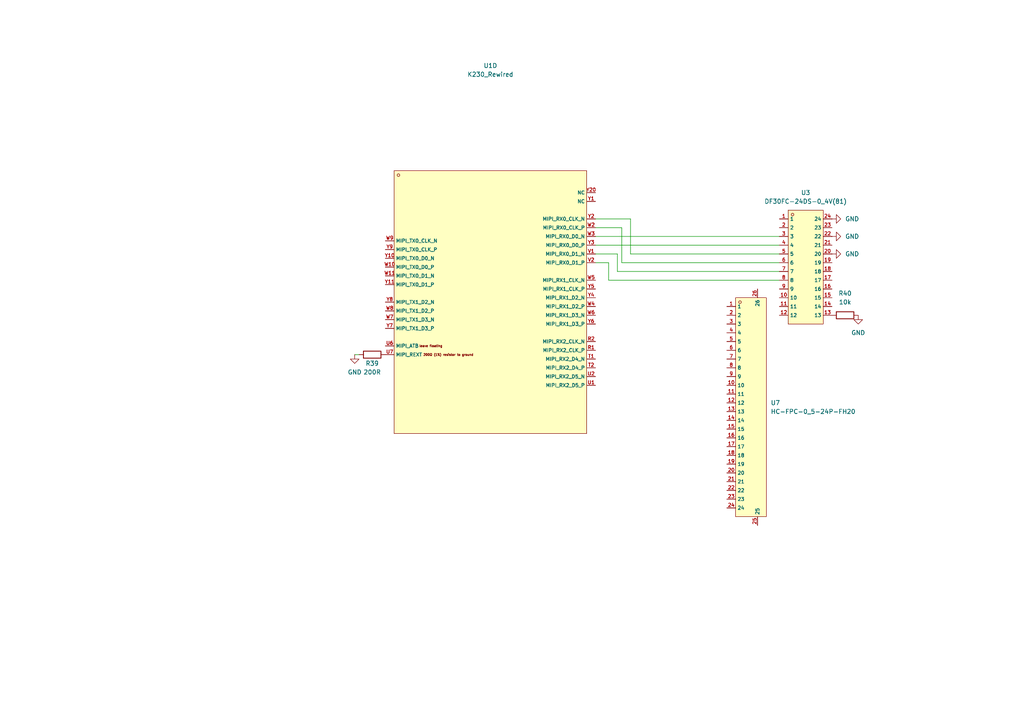
<source format=kicad_sch>
(kicad_sch (version 20250114) (generator "eeschema") (generator_version "9.0")
  (paper "A4")
  (lib_symbols
    (symbol "Device:R" (pin_numbers (hide yes)) (pin_names (offset 0))
      (property "Reference" "R" (at 2.032 0 90))
      (property "Value" "R" (at 0 0 90))
      (symbol "R_0_1"
        (rectangle (start -1.016 -2.54) (end 1.016 2.54) (stroke (width 0.254)))
      )
      (symbol "R_1_1"
        (pin passive line (at 0 3.81 270) (length 1.27) (name "~") (number "1"))
        (pin passive line (at 0 -3.81 90) (length 1.27) (name "~") (number "2"))
      )
    )
    (symbol "LCSC:DF30FC-24DS-0_4V(81)"
      (property "Reference" "U" (at 0 1.27 0))
      (property "Value" "DF30FC-24DS-0_4V(81)" (at 0 -2.54 0))
      (symbol "DF30FC-24DS-0_4V(81)_0_1"
        (rectangle (start -5.08 16.51) (end 5.08 -16.51) (fill (type background)))
        (circle (center -3.81 15.24) (radius 0.381) (fill (type background)))
        (pin unspecified line (at -7.62 13.97 0) (length 2.54) (name "1") (number "1"))
        (pin unspecified line (at -7.62 11.43 0) (length 2.54) (name "2") (number "2"))
        (pin unspecified line (at -7.62 8.89 0) (length 2.54) (name "3") (number "3"))
        (pin unspecified line (at -7.62 6.35 0) (length 2.54) (name "4") (number "4"))
        (pin unspecified line (at -7.62 3.81 0) (length 2.54) (name "5") (number "5"))
        (pin unspecified line (at -7.62 1.27 0) (length 2.54) (name "6") (number "6"))
        (pin unspecified line (at -7.62 -1.27 0) (length 2.54) (name "7") (number "7"))
        (pin unspecified line (at -7.62 -3.81 0) (length 2.54) (name "8") (number "8"))
        (pin unspecified line (at -7.62 -6.35 0) (length 2.54) (name "9") (number "9"))
        (pin unspecified line (at -7.62 -8.89 0) (length 2.54) (name "10") (number "10"))
        (pin unspecified line (at -7.62 -11.43 0) (length 2.54) (name "11") (number "11"))
        (pin unspecified line (at -7.62 -13.97 0) (length 2.54) (name "12") (number "12"))
        (pin unspecified line (at 7.62 13.97 180) (length 2.54) (name "24") (number "24"))
        (pin unspecified line (at 7.62 11.43 180) (length 2.54) (name "23") (number "23"))
        (pin unspecified line (at 7.62 8.89 180) (length 2.54) (name "22") (number "22"))
        (pin unspecified line (at 7.62 6.35 180) (length 2.54) (name "21") (number "21"))
        (pin unspecified line (at 7.62 3.81 180) (length 2.54) (name "20") (number "20"))
        (pin unspecified line (at 7.62 1.27 180) (length 2.54) (name "19") (number "19"))
        (pin unspecified line (at 7.62 -1.27 180) (length 2.54) (name "18") (number "18"))
        (pin unspecified line (at 7.62 -3.81 180) (length 2.54) (name "17") (number "17"))
        (pin unspecified line (at 7.62 -6.35 180) (length 2.54) (name "16") (number "16"))
        (pin unspecified line (at 7.62 -8.89 180) (length 2.54) (name "15") (number "15"))
        (pin unspecified line (at 7.62 -11.43 180) (length 2.54) (name "14") (number "14"))
        (pin unspecified line (at 7.62 -13.97 180) (length 2.54) (name "13") (number "13"))
      )
    )
    (symbol "LCSC:HC-FPC-0_5-24P-FH20"
      (property "Reference" "U" (at 0 1.27 0))
      (property "Value" "HC-FPC-0_5-24P-FH20" (at 0 -2.54 0))
      (symbol "HC-FPC-0_5-24P-FH20_0_1"
        (rectangle (start -2.54 31.7501) (end 6.35 -31.7501) (fill (type background)))
        (circle (center -1.27 30.4801) (radius 0.381) (fill (type background)))
        (pin unspecified line (at -5.08 29.21 0) (length 2.54) (name "1") (number "1"))
        (pin unspecified line (at -5.08 26.67 0) (length 2.54) (name "2") (number "2"))
        (pin unspecified line (at -5.08 24.13 0) (length 2.54) (name "3") (number "3"))
        (pin unspecified line (at -5.08 21.59 0) (length 2.54) (name "4") (number "4"))
        (pin unspecified line (at -5.08 19.05 0) (length 2.54) (name "5") (number "5"))
        (pin unspecified line (at -5.08 16.51 0) (length 2.54) (name "6") (number "6"))
        (pin unspecified line (at -5.08 13.97 0) (length 2.54) (name "7") (number "7"))
        (pin unspecified line (at -5.08 11.43 0) (length 2.54) (name "8") (number "8"))
        (pin unspecified line (at -5.08 8.89 0) (length 2.54) (name "9") (number "9"))
        (pin unspecified line (at -5.08 6.35 0) (length 2.54) (name "10") (number "10"))
        (pin unspecified line (at -5.08 3.81 0) (length 2.54) (name "11") (number "11"))
        (pin unspecified line (at -5.08 1.27 0) (length 2.54) (name "12") (number "12"))
        (pin unspecified line (at -5.08 -1.27 0) (length 2.54) (name "13") (number "13"))
        (pin unspecified line (at -5.08 -3.81 0) (length 2.54) (name "14") (number "14"))
        (pin unspecified line (at -5.08 -6.35 0) (length 2.54) (name "15") (number "15"))
        (pin unspecified line (at -5.08 -8.89 0) (length 2.54) (name "16") (number "16"))
        (pin unspecified line (at -5.08 -11.43 0) (length 2.54) (name "17") (number "17"))
        (pin unspecified line (at -5.08 -13.97 0) (length 2.54) (name "18") (number "18"))
        (pin unspecified line (at -5.08 -16.51 0) (length 2.54) (name "19") (number "19"))
        (pin unspecified line (at -5.08 -19.05 0) (length 2.54) (name "20") (number "20"))
        (pin unspecified line (at -5.08 -21.59 0) (length 2.54) (name "21") (number "21"))
        (pin unspecified line (at -5.08 -24.13 0) (length 2.54) (name "22") (number "22"))
        (pin unspecified line (at -5.08 -26.67 0) (length 2.54) (name "23") (number "23"))
        (pin unspecified line (at -5.08 -29.21 0) (length 2.54) (name "24") (number "24"))
        (pin unspecified line (at 3.81 34.29 270) (length 2.54) (name "26") (number "26"))
        (pin unspecified line (at 3.81 -34.29 90) (length 2.54) (name "25") (number "25"))
      )
    )
    (symbol "LCSC:K230_Rewired"
      (property "Reference" "U1" (at 0 68.58 0))
      (property "Value" "K230_Rewired" (at 0 66.04 0))
      (symbol "K230_Rewired_1_1"
        (rectangle (start -27.9401 63.5001) (end 27.9401 -63.5001) (fill (type background)))
        (circle (center -26.6701 62.2301) (radius 0.381) (fill (type background)))
        (pin unspecified line (at -30.48 59.69 0) (length 2.54) (name "USB0_TXRTUNE") (number "D4"))
        (pin unspecified line (at -30.48 57.15 0) (length 2.54) (name "USB0_VBUS") (number "C3"))
        (pin unspecified line (at -30.48 54.61 0) (length 2.54) (name "USB0_DP") (number "A2"))
        (pin unspecified line (at -30.48 52.07 0) (length 2.54) (name "USB0_DN") (number "B2"))
        (pin unspecified line (at -30.48 49.53 0) (length 2.54) (name "USB0_ID") (number "D3"))
        (pin unspecified line (at -30.48 44.45 0) (length 2.54) (name "USB1_TXRTUNE") (number "C4"))
        (pin unspecified line (at -30.48 41.91 0) (length 2.54) (name "USB1_VBUS") (number "A3"))
        (pin unspecified line (at -30.48 39.37 0) (length 2.54) (name "USB1_DP") (number "B4"))
        (pin unspecified line (at -30.48 36.83 0) (length 2.54) (name "USB1_DN") (number "A4"))
        (pin unspecified line (at -30.48 34.29 0) (length 2.54) (name "USB1_ID") (number "B3"))
        (pin unspecified line (at -30.48 26.67 0) (length 2.54) (name "CLK24M_XOUT") (number "A8"))
        (pin unspecified line (at -30.48 24.13 0) (length 2.54) (name "CLK24M_XIN") (number "B8"))
        (pin unspecified line (at -30.48 0 0) (length 2.54) (name "TEST_EN") (number "A9"))
        (pin unspecified line (at -30.48 -7.62 0) (length 2.54) (name "RSTN") (number "B9"))
        (pin unspecified line (at -30.48 -24.13 0) (length 2.54) (name "CLK32K768_XOUT") (number "A12"))
        (pin unspecified line (at -30.48 -26.67 0) (length 2.54) (name "CLK32K768_XIN") (number "B12"))
        (pin unspecified line (at -30.48 -38.1 0) (length 2.54) (name "INT0") (number "C10"))
        (pin unspecified line (at -30.48 -40.64 0) (length 2.54) (name "INT1") (number "B10"))
        (pin unspecified line (at -30.48 -43.18 0) (length 2.54) (name "INT2") (number "A10"))
        (pin unspecified line (at -30.48 -45.72 0) (length 2.54) (name "INT3") (number "A11"))
        (pin unspecified line (at -30.48 -48.26 0) (length 2.54) (name "INT4") (number "C12"))
        (pin unspecified line (at -30.48 -50.8 0) (length 2.54) (name "INT5") (number "D12"))
        (pin unspecified line (at -30.48 -54.61 0) (length 2.54) (name "OUT0") (number "B11"))
        (pin unspecified line (at -30.48 -57.15 0) (length 2.54) (name "OUT1") (number "C11"))
        (pin unspecified line (at 30.48 29.21 180) (length 2.54) (name "HPOUTR") (number "G2"))
        (pin unspecified line (at 30.48 26.67 180) (length 2.54) (name "HPOUTL") (number "G1"))
        (pin unspecified line (at 30.48 20.32 180) (length 2.54) (name "MIC_BIAS") (number "E3"))
        (pin unspecified line (at 30.48 17.78 180) (length 2.54) (name "MICNL") (number "E2"))
        (pin unspecified line (at 30.48 15.24 180) (length 2.54) (name "MICPL") (number "E1"))
        (pin unspecified line (at 30.48 10.16 180) (length 2.54) (name "CODEC_VCM") (number "F3"))
        (pin unspecified line (at 30.48 7.62 180) (length 2.54) (name "MICNR") (number "F2"))
        (pin unspecified line (at 30.48 5.08 180) (length 2.54) (name "MICPR") (number "F1"))
        (pin unspecified line (at 30.48 -17.78 180) (length 2.54) (name "ANA_TS_VTEST") (number "D8"))
        (pin unspecified line (at 30.48 -58.42 180) (length 2.54) (name "NC") (number "A20"))
      )
      (symbol "K230_Rewired_2_1"
        (rectangle (start -26.6701 64.7701) (end 26.6701 -64.7701) (fill (type background)))
        (circle (center -25.4001 63.5001) (radius 0.381) (fill (type background)))
        (pin unspecified line (at -29.21 62.23 0) (length 2.54) (name "GPIO0") (number "C8"))
        (pin unspecified line (at -29.21 59.69 0) (length 2.54) (name "GPIO1") (number "C9"))
        (pin unspecified line (at -29.21 57.15 0) (length 2.54) (name "GPIO2") (number "W15"))
        (pin unspecified line (at -29.21 54.61 0) (length 2.54) (name "GPIO3") (number "V15"))
        (pin unspecified line (at -29.21 52.07 0) (length 2.54) (name "GPIO4") (number "Y15"))
        (pin unspecified line (at -29.21 49.53 0) (length 2.54) (name "GPIO5") (number "U14"))
        (pin unspecified line (at -29.21 46.99 0) (length 2.54) (name "GPIO6") (number "V14"))
        (pin unspecified line (at -29.21 44.45 0) (length 2.54) (name "GPIO7") (number "W14"))
        (pin unspecified line (at -29.21 41.91 0) (length 2.54) (name "GPIO8") (number "U12"))
        (pin unspecified line (at -29.21 39.37 0) (length 2.54) (name "GPIO9") (number "T13"))
        (pin unspecified line (at -29.21 36.83 0) (length 2.54) (name "GPIO10") (number "U13"))
        (pin unspecified line (at -29.21 34.29 0) (length 2.54) (name "GPIO11") (number "Y14"))
        (pin unspecified line (at -29.21 31.75 0) (length 2.54) (name "GPIO12") (number "V13"))
        (pin unspecified line (at -29.21 29.21 0) (length 2.54) (name "GPIO13") (number "T12"))
        (pin unspecified line (at -29.21 -8.89 0) (length 2.54) (name "GPIO26") (number "U11"))
        (pin unspecified line (at -29.21 -11.43 0) (length 2.54) (name "GPIO27") (number "W13"))
        (pin unspecified line (at -29.21 -13.97 0) (length 2.54) (name "GPIO28") (number "V12"))
        (pin unspecified line (at -29.21 -16.51 0) (length 2.54) (name "GPIO29") (number "V11"))
        (pin unspecified line (at -29.21 -19.05 0) (length 2.54) (name "GPIO30") (number "V10"))
        (pin unspecified line (at -29.21 -21.59 0) (length 2.54) (name "GPIO31") (number "V9"))
        (pin unspecified line (at -29.21 -24.13 0) (length 2.54) (name "GPIO32") (number "U10"))
        (pin unspecified line (at -29.21 -26.67 0) (length 2.54) (name "GPIO33") (number "T11"))
        (pin unspecified line (at -29.21 -29.21 0) (length 2.54) (name "GPIO34") (number "U9"))
        (pin unspecified line (at -29.21 -31.75 0) (length 2.54) (name "GPIO35") (number "W12"))
        (pin unspecified line (at -29.21 -34.29 0) (length 2.54) (name "GPIO36") (number "T10"))
        (pin unspecified line (at -29.21 -36.83 0) (length 2.54) (name "GPIO37") (number "Y12"))
        (pin unspecified line (at -29.21 -39.37 0) (length 2.54) (name "GPIO38") (number "J4"))
        (pin unspecified line (at 29.21 62.23 180) (length 2.54) (name "ADC_0") (number "C2"))
        (pin unspecified line (at 29.21 59.69 180) (length 2.54) (name "ADC_1") (number "D2"))
        (pin unspecified line (at 29.21 57.15 180) (length 2.54) (name "ADC_2") (number "B1"))
        (pin unspecified line (at 29.21 54.61 180) (length 2.54) (name "ADC_3") (number "G3"))
        (pin unspecified line (at 29.21 52.07 180) (length 2.54) (name "ADC_4") (number "C1"))
        (pin unspecified line (at 29.21 49.53 180) (length 2.54) (name "ADC_5") (number "D1"))
        (pin unspecified line (at 29.21 44.45 180) (length 2.54) (name "GPIO63") (number "U15"))
        (pin unspecified line (at 29.21 41.91 180) (length 2.54) (name "GPIO62") (number "T14"))
        (pin unspecified line (at 29.21 39.37 180) (length 2.54) (name "GPIO61") (number "P4"))
        (pin unspecified line (at 29.21 36.83 180) (length 2.54) (name "GPIO60") (number "P5"))
        (pin unspecified line (at 29.21 16.51 180) (length 2.54) (name "GPIO52") (number "M3"))
        (pin unspecified line (at 29.21 13.97 180) (length 2.54) (name "GPIO51") (number "M4"))
        (pin unspecified line (at 29.21 11.43 180) (length 2.54) (name "GPIO50") (number "M5"))
        (pin unspecified line (at 29.21 8.89 180) (length 2.54) (name "GPIO49") (number "G5"))
        (pin unspecified line (at 29.21 6.35 180) (length 2.54) (name "GPIO48") (number "G4"))
        (pin unspecified line (at 29.21 3.81 180) (length 2.54) (name "GPIO47") (number "H5"))
        (pin unspecified line (at 29.21 1.27 180) (length 2.54) (name "GPIO46") (number "H4"))
        (pin unspecified line (at 29.21 -1.27 180) (length 2.54) (name "GPIO45") (number "H3"))
        (pin unspecified line (at 29.21 -3.81 180) (length 2.54) (name "GPIO44") (number "H2"))
        (pin unspecified line (at 29.21 -6.35 180) (length 2.54) (name "GPIO43") (number "J6"))
        (pin unspecified line (at 29.21 -8.89 180) (length 2.54) (name "GPIO42") (number "H1"))
        (pin unspecified line (at 29.21 -11.43 180) (length 2.54) (name "GPIO41") (number "J1"))
        (pin unspecified line (at 29.21 -13.97 180) (length 2.54) (name "GPIO40") (number "J2"))
        (pin unspecified line (at 29.21 -16.51 180) (length 2.54) (name "GPIO39") (number "J3"))
      )
      (symbol "K230_Rewired_3_1"
        (rectangle (start -27.9401 31.75) (end 27.9401 -19.05) (fill (type background)))
        (circle (center -26.67 30.48) (radius 0.381) (fill (type background)))
        (pin unspecified line (at -30.48 11.43 0) (length 2.54) (name "QSPI_CS") (number "J5"))
        (pin unspecified line (at -30.48 8.89 0) (length 2.54) (name "QSPI_CLK") (number "K1"))
        (pin unspecified line (at -30.48 6.35 0) (length 2.54) (name "QSPI_D0") (number "K2"))
        (pin unspecified line (at -30.48 3.81 0) (length 2.54) (name "QSPI_D1") (number "K4"))
        (pin unspecified line (at -30.48 1.27 0) (length 2.54) (name "QSPI_D2") (number "K5"))
        (pin unspecified line (at -30.48 -1.27 0) (length 2.54) (name "QSPI_D3") (number "L1"))
        (pin unspecified line (at -30.48 -3.81 0) (length 2.54) (name "OSPI_D4") (number "L2"))
        (pin unspecified line (at -30.48 -6.35 0) (length 2.54) (name "OSPI_D5") (number "L3"))
        (pin unspecified line (at -30.48 -8.89 0) (length 2.54) (name "OSPI_D6") (number "L4"))
        (pin unspecified line (at -30.48 -11.43 0) (length 2.54) (name "OSPI_D7") (number "L5"))
        (pin unspecified line (at -30.48 -13.97 0) (length 2.54) (name "OSPI_DQS") (number "L6"))
        (pin unspecified line (at -30.48 -16.51 0) (length 2.54) (name "GPIO25") (number "M1"))
        (pin unspecified line (at 30.48 29.21 180) (length 2.54) (name "SDIO_CMD") (number "M2"))
        (pin unspecified line (at 30.48 26.67 180) (length 2.54) (name "SDIO_CLK") (number "N2"))
        (pin unspecified line (at 30.48 24.13 180) (length 2.54) (name "SDIO_D0") (number "P3"))
        (pin unspecified line (at 30.48 21.59 180) (length 2.54) (name "SDIO_D1") (number "N1"))
        (pin unspecified line (at 30.48 19.05 180) (length 2.54) (name "SDIO_D2") (number "P1"))
        (pin unspecified line (at 30.48 16.51 180) (length 2.54) (name "SDIO_D3") (number "P2"))
        (pin unspecified line (at 30.48 13.97 180) (length 2.54) (name "MMC1_SD_DET") (number "N4"))
        (pin unspecified line (at 30.48 11.43 180) (length 2.54) (name "MMC0_STROBE") (number "B6"))
        (pin unspecified line (at 30.48 8.89 180) (length 2.54) (name "MMC0_RST_N") (number "A6"))
        (pin unspecified line (at 30.48 6.35 180) (length 2.54) (name "MMC0_CMD") (number "D6"))
        (pin unspecified line (at 30.48 3.81 180) (length 2.54) (name "MMC0_CLK") (number "A5"))
        (pin unspecified line (at 30.48 1.27 180) (length 2.54) (name "MMC0_D0") (number "D5"))
        (pin unspecified line (at 30.48 -1.27 180) (length 2.54) (name "MMC0_D1") (number "C5"))
        (pin unspecified line (at 30.48 -3.81 180) (length 2.54) (name "MMC0_D2") (number "B5"))
        (pin unspecified line (at 30.48 -6.35 180) (length 2.54) (name "MMC0_D3") (number "C6"))
        (pin unspecified line (at 30.48 -8.89 180) (length 2.54) (name "MMC0_D4") (number "D7"))
        (pin unspecified line (at 30.48 -11.43 180) (length 2.54) (name "MMC0_D5") (number "A7"))
        (pin unspecified line (at 30.48 -13.97 180) (length 2.54) (name "MMC0_D6") (number "B7"))
        (pin unspecified line (at 30.48 -16.51 180) (length 2.54) (name "MMC0_D7") (number "C7"))
      )
      (symbol "K230_Rewired_4_1"
        (rectangle (start -27.9401 38.1) (end 27.9401 -38.1) (fill (type background)))
        (circle (center -26.6701 36.8301) (radius 0.381) (fill (type background)))
        (text "leave floating\n" (at -17.272 -12.7 0) (effects (font (size 0.635 0.635))))
        (text "200Ω (1%) resistor to ground" (at -12.192 -15.24 0) (effects (font (size 0.635 0.635))))
        (pin unspecified line (at -30.48 17.78 0) (length 2.54) (name "MIPI_TX0_CLK_N") (number "W9"))
        (pin unspecified line (at -30.48 15.24 0) (length 2.54) (name "MIPI_TX0_CLK_P") (number "Y9"))
        (pin unspecified line (at -30.48 12.7 0) (length 2.54) (name "MIPI_TX0_D0_N") (number "Y10"))
        (pin unspecified line (at -30.48 10.16 0) (length 2.54) (name "MIPI_TX0_D0_P") (number "W10"))
        (pin unspecified line (at -30.48 7.62 0) (length 2.54) (name "MIPI_TX0_D1_N") (number "W11"))
        (pin unspecified line (at -30.48 5.08 0) (length 2.54) (name "MIPI_TX0_D1_P") (number "Y11"))
        (pin unspecified line (at -30.48 0 0) (length 2.54) (name "MIPI_TX1_D2_N") (number "Y8"))
        (pin unspecified line (at -30.48 -2.54 0) (length 2.54) (name "MIPI_TX1_D2_P") (number "W8"))
        (pin unspecified line (at -30.48 -5.08 0) (length 2.54) (name "MIPI_TX1_D3_N") (number "W7"))
        (pin unspecified line (at -30.48 -7.62 0) (length 2.54) (name "MIPI_TX1_D3_P") (number "Y7"))
        (pin unspecified line (at -30.48 -12.7 0) (length 2.54) (name "MIPI_ATB") (number "U6"))
        (pin unspecified line (at -30.48 -15.24 0) (length 2.54) (name "MIPI_REXT") (number "U7"))
        (pin unspecified line (at 30.48 31.75 180) (length 2.54) (name "NC") (number "Y20"))
        (pin unspecified line (at 30.48 29.21 180) (length 2.54) (name "NC") (number "Y1"))
        (pin unspecified line (at 30.48 24.13 180) (length 2.54) (name "MIPI_RX0_CLK_N") (number "Y2"))
        (pin unspecified line (at 30.48 21.59 180) (length 2.54) (name "MIPI_RX0_CLK_P") (number "W2"))
        (pin unspecified line (at 30.48 19.05 180) (length 2.54) (name "MIPI_RX0_D0_N") (number "W3"))
        (pin unspecified line (at 30.48 16.51 180) (length 2.54) (name "MIPI_RX0_D0_P") (number "Y3"))
        (pin unspecified line (at 30.48 13.97 180) (length 2.54) (name "MIPI_RX0_D1_N") (number "V1"))
        (pin unspecified line (at 30.48 11.43 180) (length 2.54) (name "MIPI_RX0_D1_P") (number "V2"))
        (pin unspecified line (at 30.48 6.35 180) (length 2.54) (name "MIPI_RX1_CLK_N") (number "W5"))
        (pin unspecified line (at 30.48 3.81 180) (length 2.54) (name "MIPI_RX1_CLK_P") (number "Y5"))
        (pin unspecified line (at 30.48 1.27 180) (length 2.54) (name "MIPI_RX1_D2_N") (number "Y4"))
        (pin unspecified line (at 30.48 -1.27 180) (length 2.54) (name "MIPI_RX1_D2_P") (number "W4"))
        (pin unspecified line (at 30.48 -3.81 180) (length 2.54) (name "MIPI_RX1_D3_N") (number "W6"))
        (pin unspecified line (at 30.48 -6.35 180) (length 2.54) (name "MIPI_RX1_D3_P") (number "Y6"))
        (pin unspecified line (at 30.48 -11.43 180) (length 2.54) (name "MIPI_RX2_CLK_N") (number "R2"))
        (pin unspecified line (at 30.48 -13.97 180) (length 2.54) (name "MIPI_RX2_CLK_P") (number "R1"))
        (pin unspecified line (at 30.48 -16.51 180) (length 2.54) (name "MIPI_RX2_D4_N") (number "T1"))
        (pin unspecified line (at 30.48 -19.05 180) (length 2.54) (name "MIPI_RX2_D4_P") (number "T2"))
        (pin unspecified line (at 30.48 -21.59 180) (length 2.54) (name "MIPI_RX2_D5_N") (number "U2"))
        (pin unspecified line (at 30.48 -24.13 180) (length 2.54) (name "MIPI_RX2_D5_P") (number "U1"))
      )
      (symbol "K230_Rewired_5_1"
        (rectangle (start -27.9401 63.5001) (end 27.9401 -63.5001) (fill (type background)))
        (pin unspecified line (at -30.48 57.15 0) (length 2.54) (name "DDR_ZN") (number "K19"))
        (pin unspecified line (at -30.48 52.07 0) (length 2.54) (name "DDR_CKE1_CKEA1") (number "P18"))
        (pin unspecified line (at -30.48 49.53 0) (length 2.54) (name "DDR_CKE0_CKEA0") (number "N17"))
        (pin unspecified line (at -30.48 46.99 0) (length 2.54) (name "DDR_CKP_CKAP") (number "R19"))
        (pin unspecified line (at -30.48 44.45 0) (length 2.54) (name "DDR_CKN_CKAN") (number "R20"))
        (pin unspecified line (at -30.48 41.91 0) (length 2.54) (name "DDR_DQS3N_DQSA0N") (number "Y17"))
        (pin unspecified line (at -30.48 39.37 0) (length 2.54) (name "DDR_DQS3P_DQSA0P") (number "W17"))
        (pin unspecified line (at -30.48 36.83 0) (length 2.54) (name "DDR_DQS2N_DQSB1N") (number "A15"))
        (pin unspecified line (at -30.48 34.29 0) (length 2.54) (name "DDR_DQS2P_DQSB1P") (number "B15"))
        (pin unspecified line (at -30.48 31.75 0) (length 2.54) (name "DDR_DQS1N_DQSA1N") (number "V19"))
        (pin unspecified line (at -30.48 29.21 0) (length 2.54) (name "DDR_DQS1P_DQSA1P") (number "V20"))
        (pin unspecified line (at -30.48 26.67 0) (length 2.54) (name "DDR_DQS0N_DQSB0N") (number "A18"))
        (pin unspecified line (at -30.48 24.13 0) (length 2.54) (name "DDR_DQS0P_DQSB0P") (number "B18"))
        (pin unspecified line (at -30.48 19.05 0) (length 2.54) (name "DDR_DQ31_DQA0") (number "U16"))
        (pin unspecified line (at -30.48 16.51 0) (length 2.54) (name "DDR_DQ30_DQA1") (number "T16"))
        (pin unspecified line (at -30.48 13.97 0) (length 2.54) (name "DDR_DQ29_DQA7") (number "U17"))
        (pin unspecified line (at -30.48 11.43 0) (length 2.54) (name "DDR_DQ28_DQA6") (number "Y18"))
        (pin unspecified line (at -30.48 8.89 0) (length 2.54) (name "DDR_DQ27_DQA3") (number "Y16"))
        (pin unspecified line (at -30.48 6.35 0) (length 2.54) (name "DDR_DQ26_DQA2") (number "V16"))
        (pin unspecified line (at -30.48 3.81 0) (length 2.54) (name "DDR_DQ25_DQA5") (number "V18"))
        (pin unspecified line (at -30.48 1.27 0) (length 2.54) (name "DDR_DQ24_DQA4") (number "W18"))
        (pin unspecified line (at -30.48 -1.27 0) (length 2.54) (name "DDR_DQ23_DQB15") (number "B16"))
        (pin unspecified line (at -30.48 -3.81 0) (length 2.54) (name "DDR_DQ22_DQB12") (number "B17"))
        (pin unspecified line (at -30.48 -6.35 0) (length 2.54) (name "DDR_DQ21_DQB9") (number "A14"))
        (pin unspecified line (at -30.48 -8.89 0) (length 2.54) (name "DDR_DQ20_DQB8") (number "D14"))
        (pin unspecified line (at -30.48 -11.43 0) (length 2.54) (name "DDR_DQ19_DQB14") (number "A17"))
        (pin unspecified line (at -30.48 -13.97 0) (length 2.54) (name "DDR_DQ18_DQB13") (number "C16"))
        (pin unspecified line (at -30.48 -16.51 0) (length 2.54) (name "DDR_DQ17_DQB10") (number "B14"))
        (pin unspecified line (at -30.48 -19.05 0) (length 2.54) (name "DDR_DQ16_DQB11") (number "C14"))
        (pin unspecified line (at -30.48 -21.59 0) (length 2.54) (name "DDR_DQ15_DQA15") (number "T17"))
        (pin unspecified line (at -30.48 -24.13 0) (length 2.54) (name "DDR_DQ14_DQA13") (number "U18"))
        (pin unspecified line (at -30.48 -26.67 0) (length 2.54) (name "DDR_DQ13_DQA11") (number "U20"))
        (pin unspecified line (at -30.48 -29.21 0) (length 2.54) (name "DDR_DQ12_DQA9") (number "T18"))
        (pin unspecified line (at -30.48 -31.75 0) (length 2.54) (name "DDR_DQ11_DQA12") (number "W19"))
        (pin unspecified line (at -30.48 -34.29 0) (length 2.54) (name "DDR_DQ10_DQA8") (number "R17"))
        (pin unspecified line (at -30.48 -36.83 0) (length 2.54) (name "DDR_DQ9_DQA14") (number "P16"))
        (pin unspecified line (at -30.48 -39.37 0) (length 2.54) (name "DDR_DQ8_DQA10") (number "R18"))
        (pin unspecified line (at -30.48 -41.91 0) (length 2.54) (name "DDR_DQ7_DQB6") (number "C19"))
        (pin unspecified line (at -30.48 -44.45 0) (length 2.54) (name "DDR_DQ6_DQB7") (number "B19"))
        (pin unspecified line (at -30.48 -46.99 0) (length 2.54) (name "DDR_DQ5_DQB3") (number "E17"))
        (pin unspecified line (at -30.48 -49.53 0) (length 2.54) (name "DDR_DQ4_DQB2") (number "E18"))
        (pin unspecified line (at -30.48 -52.07 0) (length 2.54) (name "DDR_DQ3_DQB5") (number "C18"))
        (pin unspecified line (at -30.48 -54.61 0) (length 2.54) (name "DDR_DQ2_DQB0") (number "D17"))
        (pin unspecified line (at -30.48 -57.15 0) (length 2.54) (name "DDR_DQ1_DQB1") (number "D16"))
        (pin unspecified line (at -30.48 -59.69 0) (length 2.54) (name "DDR_DQ0_DQB4") (number "C17"))
        (pin unspecified line (at 30.48 52.07 180) (length 2.54) (name "DDR_NC_CAB0") (number "E20"))
        (pin unspecified line (at 30.48 49.53 180) (length 2.54) (name "DDR_NC_CKBP") (number "G20"))
        (pin unspecified line (at 30.48 46.99 180) (length 2.54) (name "DDR_NC_CAB1") (number "G19"))
        (pin unspecified line (at 30.48 44.45 180) (length 2.54) (name "DDR_NC_CAB2") (number "G18"))
        (pin unspecified line (at 30.48 41.91 180) (length 2.54) (name "DDR_NC_NC") (number "G17"))
        (pin unspecified line (at 30.48 39.37 180) (length 2.54) (name "DDR_NC_CKBN") (number "F20"))
        (pin unspecified line (at 30.48 36.83 180) (length 2.54) (name "DDR_NC_CAB5") (number "F19"))
        (pin unspecified line (at 30.48 34.29 180) (length 2.54) (name "DDR_NC_NC") (number "F18"))
        (pin unspecified line (at 30.48 31.75 180) (length 2.54) (name "DDR_NC_CAB4") (number "F17"))
        (pin unspecified line (at 30.48 29.21 180) (length 2.54) (name "DDR_NC_NC") (number "H19"))
        (pin unspecified line (at 30.48 26.67 180) (length 2.54) (name "DDR_NC_NC") (number "H18"))
        (pin unspecified line (at 30.48 24.13 180) (length 2.54) (name "DDR_NC_CAB3") (number "H17"))
        (pin unspecified line (at 30.48 21.59 180) (length 2.54) (name "DDR_NC_NC") (number "D20"))
        (pin unspecified line (at 30.48 19.05 180) (length 2.54) (name "DDR_NC_NC") (number "D19"))
        (pin unspecified line (at 30.48 16.51 180) (length 2.54) (name "DDR_NC_CSB0") (number "J20"))
        (pin unspecified line (at 30.48 13.97 180) (length 2.54) (name "DDR_NC_CSB1") (number "J19"))
        (pin unspecified line (at 30.48 11.43 180) (length 2.54) (name "DDR_NC_CKEB0") (number "J18"))
        (pin unspecified line (at 30.48 8.89 180) (length 2.54) (name "DDR_NC_CKEB1") (number "J17"))
        (pin unspecified line (at 30.48 6.35 180) (length 2.54) (name "DDR_NC_NC") (number "M17"))
        (pin unspecified line (at 30.48 3.81 180) (length 2.54) (name "DDR_NC_NC") (number "C20"))
        (pin unspecified line (at 30.48 1.27 180) (length 2.54) (name "DDR_NC_NC") (number "N18"))
        (pin unspecified line (at 30.48 -5.08 180) (length 2.54) (name "DDR_CA9_CAA5") (number "P19"))
        (pin unspecified line (at 30.48 -7.62 180) (length 2.54) (name "DDR_CA8_CAA4") (number "M18"))
        (pin unspecified line (at 30.48 -10.16 180) (length 2.54) (name "DDR_CA7_CAA3") (number "N20"))
        (pin unspecified line (at 30.48 -12.7 180) (length 2.54) (name "DDR_CA6_CAA2") (number "N19"))
        (pin unspecified line (at 30.48 -15.24 180) (length 2.54) (name "DDR_CA5_CAA1") (number "L16"))
        (pin unspecified line (at 30.48 -17.78 180) (length 2.54) (name "DDR_CA4_CAA0") (number "M19"))
        (pin unspecified line (at 30.48 -20.32 180) (length 2.54) (name "DDR_CA3_NC") (number "L17"))
        (pin unspecified line (at 30.48 -22.86 180) (length 2.54) (name "DDR_CA2_NA") (number "M20"))
        (pin unspecified line (at 30.48 -25.4 180) (length 2.54) (name "DDR_CA1_NC") (number "L20"))
        (pin unspecified line (at 30.48 -27.94 180) (length 2.54) (name "DDR_CA0_NC") (number "K20"))
        (pin unspecified line (at 30.48 -33.02 180) (length 2.54) (name "DDR_DM0_DMIB0") (number "D18"))
        (pin unspecified line (at 30.48 -35.56 180) (length 2.54) (name "DDR_DM1_DMIA1") (number "P17"))
        (pin unspecified line (at 30.48 -38.1 180) (length 2.54) (name "DDR_DM2_DMIB1") (number "C15"))
        (pin unspecified line (at 30.48 -40.64 180) (length 2.54) (name "DDR_DM3_DMIA0") (number "V17"))
        (pin unspecified line (at 30.48 -44.45 180) (length 2.54) (name "DDR_CS1_CSA1") (number "T19"))
        (pin unspecified line (at 30.48 -46.99 180) (length 2.54) (name "DDR_CS0_CSA0") (number "T20"))
        (pin unspecified line (at 30.48 -52.07 180) (length 2.54) (name "DDR_ODT_NC") (number "L18"))
        (pin unspecified line (at 30.48 -57.15 180) (length 2.54) (name "DDR_RESET") (number "J16"))
        (pin unspecified line (at 30.48 -60.96 180) (length 2.54) (name "DDR_VREF") (number "K17"))
      )
      (symbol "K230_Rewired_6_1"
        (rectangle (start -27.9401 63.5001) (end 27.9401 -63.5001) (fill (type background)))
        (pin unspecified line (at -30.48 62.23 0) (length 2.54) (name "AVSS") (number "F11"))
        (pin unspecified line (at -30.48 59.69 0) (length 2.54) (name "AVSS") (number "G7"))
        (pin unspecified line (at -30.48 57.15 0) (length 2.54) (name "AVSS") (number "G8"))
        (pin unspecified line (at -30.48 52.07 0) (length 2.54) (name "VSS") (number "T7"))
        (pin unspecified line (at -30.48 49.53 0) (length 2.54) (name "VSS") (number "F6"))
        (pin unspecified line (at -30.48 46.99 0) (length 2.54) (name "VSS") (number "T8"))
        (pin unspecified line (at -30.48 44.45 0) (length 2.54) (name "VSS") (number "T9"))
        (pin unspecified line (at -30.48 41.91 0) (length 2.54) (name "VSS") (number "L7"))
        (pin unspecified line (at -30.48 39.37 0) (length 2.54) (name "VSS") (number "L8"))
        (pin unspecified line (at -30.48 36.83 0) (length 2.54) (name "VSS") (number "L10"))
        (pin unspecified line (at -30.48 34.29 0) (length 2.54) (name "VSS") (number "L12"))
        (pin unspecified line (at -30.48 31.75 0) (length 2.54) (name "VSS") (number "A13"))
        (pin unspecified line (at -30.48 29.21 0) (length 2.54) (name "VSS") (number "T15"))
        (pin unspecified line (at -30.48 26.67 0) (length 2.54) (name "VSS") (number "A16"))
        (pin unspecified line (at -30.48 26.67 0) (length 2.54) (name "VSS") (number "L15"))
        (pin unspecified line (at -30.48 24.13 0) (length 2.54) (name "VSS") (number "F16"))
        (pin unspecified line (at -30.48 21.59 0) (length 2.54) (name "VSS") (number "A19"))
        (pin unspecified line (at -30.48 19.05 0) (length 2.54) (name "VSS") (number "L19"))
        (pin unspecified line (at -30.48 16.51 0) (length 2.54) (name "VSS") (number "U3"))
        (pin unspecified line (at -30.48 13.97 0) (length 2.54) (name "VSS") (number "U8"))
        (pin unspecified line (at -30.48 11.43 0) (length 2.54) (name "VSS") (number "G6"))
        (pin unspecified line (at -30.48 8.89 0) (length 2.54) (name "VSS") (number "M6"))
        (pin unspecified line (at -30.48 6.35 0) (length 2.54) (name "VSS") (number "M8"))
        (pin unspecified line (at -30.48 3.81 0) (length 2.54) (name "VSS") (number "M10"))
        (pin unspecified line (at -30.48 1.27 0) (length 2.54) (name "VSS") (number "G13"))
        (pin unspecified line (at -30.48 -1.27 0) (length 2.54) (name "VSS") (number "F4"))
        (pin unspecified line (at -30.48 -3.81 0) (length 2.54) (name "VSS") (number "T3"))
        (pin unspecified line (at -30.48 -6.35 0) (length 2.54) (name "VSS") (number "G14"))
        (pin unspecified line (at -30.48 -8.89 0) (length 2.54) (name "VSS") (number "G15"))
        (pin unspecified line (at -30.48 -11.43 0) (length 2.54) (name "VSS") (number "U19"))
        (pin unspecified line (at -30.48 -13.97 0) (length 2.54) (name "VSS") (number "G16"))
        (pin unspecified line (at -30.48 -16.51 0) (length 2.54) (name "VSS") (number "M15"))
        (pin unspecified line (at -30.48 -19.05 0) (length 2.54) (name "VSS") (number "M16"))
        (pin unspecified line (at -30.48 -21.59 0) (length 2.54) (name "VSS") (number "V3"))
        (pin unspecified line (at -30.48 -24.13 0) (length 2.54) (name "VSS") (number "B20"))
        (pin unspecified line (at -30.48 -26.67 0) (length 2.54) (name "VSS") (number "V4"))
        (pin unspecified line (at -30.48 -29.21 0) (length 2.54) (name "VSS") (number "V5"))
        (pin unspecified line (at -30.48 -31.75 0) (length 2.54) (name "VSS") (number "V6"))
        (pin unspecified line (at -30.48 -34.29 0) (length 2.54) (name "VSS") (number "V7"))
        (pin unspecified line (at -30.48 -36.83 0) (length 2.54) (name "VSS") (number "N3"))
        (pin unspecified line (at -30.48 -39.37 0) (length 2.54) (name "VSS") (number "V8"))
        (pin unspecified line (at -30.48 -41.91 0) (length 2.54) (name "VSS") (number "N5"))
        (pin unspecified line (at -30.48 -44.45 0) (length 2.54) (name "VSS") (number "H7"))
        (pin unspecified line (at -30.48 -46.99 0) (length 2.54) (name "VSS") (number "N8"))
        (pin unspecified line (at -30.48 -49.53 0) (length 2.54) (name "VSS") (number "H11"))
        (pin unspecified line (at -30.48 -52.07 0) (length 2.54) (name "VSS") (number "Y13"))
        (pin unspecified line (at -30.48 -54.61 0) (length 2.54) (name "VSS") (number "K12"))
        (pin unspecified line (at -30.48 -57.15 0) (length 2.54) (name "VSS") (number "K14"))
        (pin unspecified line (at -30.48 -59.69 0) (length 2.54) (name "VSS") (number "K16"))
        (pin unspecified line (at -30.48 -62.23 0) (length 2.54) (name "VSS") (number "F10"))
        (pin unspecified line (at 30.48 62.23 180) (length 2.54) (name "VSS") (number "B13"))
        (pin unspecified line (at 30.48 59.69 180) (length 2.54) (name "VSS") (number "E19"))
        (pin unspecified line (at 30.48 57.15 180) (length 2.54) (name "VSS") (number "Y19"))
        (pin unspecified line (at 30.48 54.61 180) (length 2.54) (name "VSS") (number "K18"))
        (pin unspecified line (at 30.48 52.07 180) (length 2.54) (name "VSS") (number "E16"))
        (pin unspecified line (at 30.48 52.07 180) (length 2.54) (name "VSS") (number "R16"))
        (pin unspecified line (at 30.48 49.53 180) (length 2.54) (name "VSS") (number "E15"))
        (pin unspecified line (at 30.48 46.99 180) (length 2.54) (name "VSS") (number "E14"))
        (pin unspecified line (at 30.48 46.99 180) (length 2.54) (name "VSS") (number "R14"))
        (pin unspecified line (at 30.48 44.45 180) (length 2.54) (name "VSS") (number "E13"))
        (pin unspecified line (at 30.48 41.91 180) (length 2.54) (name "VSS") (number "E12"))
        (pin unspecified line (at 30.48 41.91 180) (length 2.54) (name "VSS") (number "R12"))
        (pin unspecified line (at 30.48 39.37 180) (length 2.54) (name "VSS") (number "R10"))
        (pin unspecified line (at 30.48 36.83 180) (length 2.54) (name "VSS") (number "K10"))
        (pin unspecified line (at 30.48 34.29 180) (length 2.54) (name "VSS") (number "E8"))
        (pin unspecified line (at 30.48 31.75 180) (length 2.54) (name "VSS") (number "K8"))
        (pin unspecified line (at 30.48 29.21 180) (length 2.54) (name "VSS") (number "R7"))
        (pin unspecified line (at 30.48 26.67 180) (length 2.54) (name "VSS") (number "E7"))
        (pin unspecified line (at 30.48 24.13 180) (length 2.54) (name "VSS") (number "R6"))
        (pin unspecified line (at 30.48 21.59 180) (length 2.54) (name "VSS") (number "E6"))
        (pin unspecified line (at 30.48 19.05 180) (length 2.54) (name "VSS") (number "K6"))
        (pin unspecified line (at 30.48 16.51 180) (length 2.54) (name "VSS") (number "R3"))
        (pin unspecified line (at 30.48 13.97 180) (length 2.54) (name "VSS") (number "E4"))
        (pin unspecified line (at 30.48 11.43 180) (length 2.54) (name "VSS") (number "K3"))
        (pin unspecified line (at 30.48 8.89 180) (length 2.54) (name "VSS") (number "P20"))
        (pin unspecified line (at 30.48 6.35 180) (length 2.54) (name "VSS") (number "W20"))
        (pin unspecified line (at 30.48 3.81 180) (length 2.54) (name "VSS") (number "P15"))
        (pin unspecified line (at 30.48 1.27 180) (length 2.54) (name "VSS") (number "P14"))
        (pin unspecified line (at 30.48 -1.27 180) (length 2.54) (name "VSS") (number "D15"))
        (pin unspecified line (at 30.48 -3.81 180) (length 2.54) (name "VSS") (number "W16"))
        (pin unspecified line (at 30.48 -6.35 180) (length 2.54) (name "VSS") (number "J15"))
        (pin unspecified line (at 30.48 -8.89 180) (length 2.54) (name "VSS") (number "P12"))
        (pin unspecified line (at 30.48 -11.43 180) (length 2.54) (name "VSS") (number "D13"))
        (pin unspecified line (at 30.48 -13.97 180) (length 2.54) (name "VSS") (number "J13"))
        (pin unspecified line (at 30.48 -16.51 180) (length 2.54) (name "VSS") (number "P10"))
        (pin unspecified line (at 30.48 -19.05 180) (length 2.54) (name "VSS") (number "D11"))
        (pin unspecified line (at 30.48 -21.59 180) (length 2.54) (name "VSS") (number "D10"))
        (pin unspecified line (at 30.48 -24.13 180) (length 2.54) (name "VSS") (number "J11"))
        (pin unspecified line (at 30.48 -26.67 180) (length 2.54) (name "VSS") (number "P8"))
        (pin unspecified line (at 30.48 -29.21 180) (length 2.54) (name "VSS") (number "D9"))
        (pin unspecified line (at 30.48 -31.75 180) (length 2.54) (name "VSS") (number "P7"))
        (pin unspecified line (at 30.48 -34.29 180) (length 2.54) (name "VSS") (number "P6"))
        (pin unspecified line (at 30.48 -36.83 180) (length 2.54) (name "VSS") (number "J7"))
        (pin unspecified line (at 30.48 -39.37 180) (length 2.54) (name "VSS") (number "H20"))
        (pin unspecified line (at 30.48 -41.91 180) (length 2.54) (name "VSS") (number "W1"))
        (pin unspecified line (at 30.48 -44.45 180) (length 2.54) (name "VSS") (number "N16"))
        (pin unspecified line (at 30.48 -46.99 180) (length 2.54) (name "VSS") (number "N15"))
        (pin unspecified line (at 30.48 -49.53 180) (length 2.54) (name "VSS") (number "H16"))
        (pin unspecified line (at 30.48 -52.07 180) (length 2.54) (name "VSS") (number "H15"))
        (pin unspecified line (at 30.48 -54.61 180) (length 2.54) (name "VSS") (number "C13"))
        (pin unspecified line (at 30.48 -54.61 180) (length 2.54) (name "VSS") (number "N12"))
        (pin unspecified line (at 30.48 -57.15 180) (length 2.54) (name "VSS") (number "H13"))
        (pin unspecified line (at 30.48 -59.69 180) (length 2.54) (name "VSS") (number "N10"))
        (pin unspecified line (at 30.48 -62.23 180) (length 2.54) (name "VSS") (number "M12"))
      )
      (symbol "K230_Rewired_7_1"
        (rectangle (start -27.9401 50.8) (end 27.9401 -50.8) (fill (type background)))
        (pin unspecified line (at -30.48 41.91 0) (length 2.54) (name "AVDD1P8_MIPI") (number "N7"))
        (pin unspecified line (at -30.48 39.37 0) (length 2.54) (name "AVDD1P8_MIPI") (number "R9"))
        (pin unspecified line (at -30.48 34.29 0) (length 2.54) (name "AVDD1P8_CODEC") (number "F7"))
        (pin unspecified line (at -30.48 31.75 0) (length 2.54) (name "AVDD1P8_USB") (number "F9"))
        (pin unspecified line (at -30.48 26.67 0) (length 2.54) (name "AVDD1P8_ADC") (number "F8"))
        (pin unspecified line (at -30.48 21.59 0) (length 2.54) (name "VDD1P8") (number "E11"))
        (pin unspecified line (at -30.48 19.05 0) (length 2.54) (name "VDD1P8") (number "F13"))
        (pin unspecified line (at -30.48 13.97 0) (length 2.54) (name "AVDD1P8_LDO") (number "F14"))
        (pin unspecified line (at -30.48 11.43 0) (length 2.54) (name "AVDD1P8_RTC") (number "F15"))
        (pin unspecified line (at -30.48 8.89 0) (length 2.54) (name "AVDD0P8_PLL") (number "G11"))
        (pin unspecified line (at -30.48 3.81 0) (length 2.54) (name "VDD1P1_DDR_IO") (number "H14"))
        (pin unspecified line (at -30.48 1.27 0) (length 2.54) (name "VDD1P1_DDR_IO") (number "J14"))
        (pin unspecified line (at -30.48 -1.27 0) (length 2.54) (name "VDD1P1_DDR_IO") (number "N14"))
        (pin unspecified line (at -30.48 -3.81 0) (length 2.54) (name "VDD1P1_DDR_IO") (number "M14"))
        (pin unspecified line (at -30.48 -6.35 0) (length 2.54) (name "VDD1P1_DDR_IO") (number "L14"))
        (pin unspecified line (at -30.48 -8.89 0) (length 2.54) (name "VDDIO3P3_5") (number "R15"))
        (pin unspecified line (at -30.48 -11.43 0) (length 2.54) (name "VDDIO3P3_4") (number "M7"))
        (pin unspecified line (at -30.48 -13.97 0) (length 2.54) (name "VDDIO3P3_3") (number "H6"))
        (pin unspecified line (at -30.48 -19.05 0) (length 2.54) (name "VDDIO3P3_2") (number "R11"))
        (pin unspecified line (at -30.48 -21.59 0) (length 2.54) (name "VDDIO3P3_1") (number "K7"))
        (pin unspecified line (at -30.48 -24.13 0) (length 2.54) (name "VDDIO3P3_0") (number "R13"))
        (pin unspecified line (at -30.48 -29.21 0) (length 2.54) (name "AVDD3P3_USB") (number "E9"))
        (pin unspecified line (at -30.48 -34.29 0) (length 2.54) (name "VDD3P3_SD") (number "E10"))
        (pin unspecified line (at -30.48 -39.37 0) (length 2.54) (name "VAA_DDR") (number "K15"))
        (pin unspecified line (at 30.48 41.91 180) (length 2.54) (name "VDD0P8_CORE") (number "K9"))
        (pin unspecified line (at 30.48 39.37 180) (length 2.54) (name "VDD0P8_CORE") (number "K11"))
        (pin unspecified line (at 30.48 36.83 180) (length 2.54) (name "VDD0P8_CORE") (number "P13"))
        (pin unspecified line (at 30.48 34.29 180) (length 2.54) (name "VDD0P8_CORE") (number "P11"))
        (pin unspecified line (at 30.48 31.75 180) (length 2.54) (name "VDD0P8_CORE") (number "P9"))
        (pin unspecified line (at 30.48 29.21 180) (length 2.54) (name "VDD0P8_CORE") (number "N9"))
        (pin unspecified line (at 30.48 26.67 180) (length 2.54) (name "VDD0P8_CORE") (number "M9"))
        (pin unspecified line (at 30.48 24.13 180) (length 2.54) (name "VDD0P8_CORE") (number "G10"))
        (pin unspecified line (at 30.48 21.59 180) (length 2.54) (name "VDD0P8_CORE") (number "G9"))
        (pin unspecified line (at 30.48 19.05 180) (length 2.54) (name "VDD0P8_CORE") (number "L11"))
        (pin unspecified line (at 30.48 16.51 180) (length 2.54) (name "VDD0P8_CORE") (number "F12"))
        (pin unspecified line (at 30.48 13.97 180) (length 2.54) (name "VDD0P8_CORE") (number "L9"))
        (pin unspecified line (at 30.48 11.43 180) (length 2.54) (name "VDD0P8_CORE") (number "M11"))
        (pin unspecified line (at 30.48 8.89 180) (length 2.54) (name "VDD0P8_CORE") (number "N11"))
        (pin unspecified line (at 30.48 3.81 180) (length 2.54) (name "VDD0P8_CPU") (number "H12"))
        (pin unspecified line (at 30.48 1.27 180) (length 2.54) (name "VDD0P8_CPU") (number "G12"))
        (pin unspecified line (at 30.48 -1.27 180) (length 2.54) (name "VDD0P8_CPU") (number "J12"))
        (pin unspecified line (at 30.48 -6.35 180) (length 2.54) (name "VDD0P8_KPU") (number "J10"))
        (pin unspecified line (at 30.48 -8.89 180) (length 2.54) (name "VDD0P8_KPU") (number "J9"))
        (pin unspecified line (at 30.48 -11.43 180) (length 2.54) (name "VDD0P8_KPU") (number "J8"))
        (pin unspecified line (at 30.48 -13.97 180) (length 2.54) (name "VDD0P8_KPU") (number "H10"))
        (pin unspecified line (at 30.48 -16.51 180) (length 2.54) (name "VDD0P8_KPU") (number "H9"))
        (pin unspecified line (at 30.48 -19.05 180) (length 2.54) (name "VDD0P8_KPU") (number "H8"))
        (pin unspecified line (at 30.48 -24.13 180) (length 2.54) (name "VDD0P8_DDR_CORE") (number "M13"))
        (pin unspecified line (at 30.48 -26.67 180) (length 2.54) (name "VDD0P8_DDR_CORE") (number "L13"))
        (pin unspecified line (at 30.48 -29.21 180) (length 2.54) (name "VDD0P8_DDR_CORE") (number "N13"))
        (pin unspecified line (at 30.48 -31.75 180) (length 2.54) (name "VDD0P8_DDR_CORE") (number "K13"))
        (pin unspecified line (at 30.48 -36.83 180) (length 2.54) (name "AVDD0P8_MIPI") (number "R8"))
        (pin unspecified line (at 30.48 -39.37 180) (length 2.54) (name "AVDD0P8_MIPI") (number "N6"))
      )
    )
    (symbol "power:GND" (power) (pin_numbers (hide yes)) (pin_names (offset 0) (hide yes))
      (property "Value" "GND" (at 0 -3.81 0))
      (symbol "GND_0_1"
        (polyline (pts (xy 0 0) (xy 0 -1.27) (xy 1.27 -1.27) (xy 0 -2.54) (xy -1.27 -1.27) (xy 0 -1.27)))
      )
      (symbol "GND_1_1"
        (pin power_in line (at 0 0 270) (length 0) (name "~") (number "1"))
      )
    )
  )
  (wire (pts (xy 172.72 63.5) (xy 182.88 63.5)))
  (wire (pts (xy 172.72 66.04) (xy 180.34 66.04)))
  (wire (pts (xy 102.87 102.87) (xy 104.14 102.87)))
  (wire (pts (xy 180.34 76.2) (xy 226.06 76.2)))
  (wire (pts (xy 179.07 78.74) (xy 179.07 73.66)))
  (wire (pts (xy 172.72 73.66) (xy 179.07 73.66)))
  (wire (pts (xy 180.34 76.2) (xy 180.34 66.04)))
  (wire (pts (xy 176.53 81.28) (xy 176.53 76.2)))
  (wire (pts (xy 182.88 73.66) (xy 226.06 73.66)))
  (wire (pts (xy 176.53 81.28) (xy 226.06 81.28)))
  (wire (pts (xy 182.88 73.66) (xy 182.88 63.5)))
  (wire (pts (xy 172.72 71.12) (xy 226.06 71.12)))
  (wire (pts (xy 172.72 76.2) (xy 176.53 76.2)))
  (wire (pts (xy 179.07 78.74) (xy 226.06 78.74)))
  (wire (pts (xy 172.72 68.58) (xy 226.06 68.58)))
  (symbol (lib_id "power:GND") (at 241.3 73.66 90) (unit 1)
    (property "Reference" "#PWR046" (effects (hide yes)))
    (property "Value" "GND" (at 245.11 73.6599 90) (effects (justify right)))
    (property "Description" "Power symbol creates a global label with name \"GND\" , ground" (effects (hide yes)))
  )
  (symbol (lib_id "power:GND") (at 241.3 68.58 90) (unit 1)
    (property "Reference" "#PWR045" (effects (hide yes)))
    (property "Value" "GND" (at 245.11 68.5799 90) (effects (justify right)))
    (property "Description" "Power symbol creates a global label with name \"GND\" , ground" (effects (hide yes)))
  )
  (symbol (lib_id "power:GND") (at 241.3 63.5 90) (unit 1)
    (property "Reference" "#PWR044" (effects (hide yes)))
    (property "Value" "GND" (at 245.11 63.4999 90) (effects (justify right)))
    (property "Description" "Power symbol creates a global label with name \"GND\" , ground" (effects (hide yes)))
  )
  (symbol (lib_id "Device:R") (at 107.95 102.87 90) (unit 1)
    (property "Reference" "R39" (at 107.95 105.41 90))
    (property "Value" "200R" (at 107.95 107.95 90))
    (property "Footprint" "Resistor_SMD:R_0201_0603Metric" (effects (hide yes)))
    (property "Description" "Resistor" (effects (hide yes)))
  )
  (symbol (lib_id "power:GND") (at 248.92 91.44 0) (unit 1)
    (property "Reference" "#PWR043" (effects (hide yes)))
    (property "Value" "GND" (at 248.92 96.52 0))
    (property "Description" "Power symbol creates a global label with name \"GND\" , ground" (effects (hide yes)))
  )
  (symbol (lib_id "power:GND") (at 102.87 102.87 0) (unit 1)
    (property "Reference" "#PWR035" (effects (hide yes)))
    (property "Value" "GND" (at 102.87 107.95 0))
    (property "Description" "Power symbol creates a global label with name \"GND\" , ground" (effects (hide yes)))
  )
  (symbol (lib_id "LCSC:DF30FC-24DS-0_4V(81)") (at 233.68 77.47 0) (unit 1)
    (property "Reference" "U3" (at 233.68 55.88 0))
    (property "Value" "DF30FC-24DS-0_4V(81)" (at 233.68 58.42 0))
    (property "Footprint" "footprints:CONN-SMD_DF30FC-24DS-0.4V-82" (effects (hide yes)))
    (property "Datasheet" "https://item.szlcsc.com/626532.html?ref=editor&logined=true" (effects (hide yes)))
    (property "LCSC" "C5137456" (effects (hide yes)))
  )
  (symbol (lib_id "LCSC:HC-FPC-0_5-24P-FH20") (at 215.9 118.11 0) (unit 1)
    (property "Reference" "U7" (at 223.52 116.8399 0) (effects (justify left)))
    (property "Value" "HC-FPC-0_5-24P-FH20" (at 223.52 119.3799 0) (effects (justify left)))
    (property "Footprint" "footprints:FPC-SMD_24P-P0.50_HC-FPC-0.5-24P-FH20" (effects (hide yes)))
    (property "Datasheet" "https://atta.szlcsc.com/upload/public/pdf/source/20231201/A45C78E524ED7C3BA67F9C5309391138.pdf" (effects (hide yes)))
    (property "LCSC" "C19273933" (effects (hide yes)))
  )
  (symbol (lib_id "Device:R") (at 245.11 91.44 90) (unit 1)
    (property "Reference" "R40" (at 245.11 85.09 90))
    (property "Value" "10k" (at 245.11 87.63 90))
    (property "Footprint" "Resistor_SMD:R_0402_1005Metric" (effects (hide yes)))
    (property "Description" "Resistor" (effects (hide yes)))
  )
  (symbol (lib_id "LCSC:K230_Rewired") (at 142.24 87.63 0) (unit 4)
    (property "Reference" "U1" (at 142.24 19.05 0))
    (property "Value" "K230_Rewired" (at 142.24 21.59 0))
    (property "Footprint" "footprints:BGA-390_L13.0-W13.0-P0.65-TL_C9900054646" (effects (hide yes)))
    (property "Datasheet" "https://img.jlc.com/pdf/applyPasteComponent/2023-07-28/443236C/ff66d85831064c6c99f6af001cc66cad/K230_UnSiP_PO-ABGADD0X22-A.pdf" (effects (hide yes)))
    (property "LCSC" "C21264502" (effects (hide yes)))
  )
)
</source>
